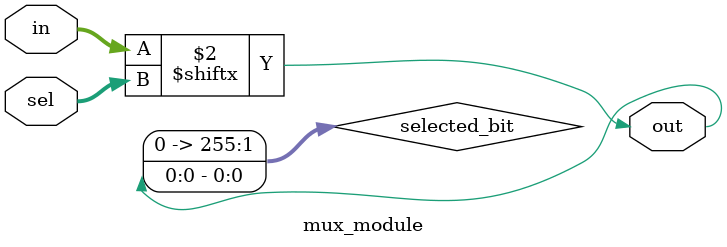
<source format=sv>
module top_module (
	input [255:0] in,
	input [7:0] sel,
	output  out
);

	// Define a wire to hold the selected bit
	wire selected_bit;
	
	// Instantiate a MUX module to select the bit from the input vector
	mux_module mux(
		.in(in[sel]),
		.sel(sel),
		.out(selected_bit)
	);
	
	// Assign the selected bit to the output
	assign out = selected_bit;
	
endmodule
module mux_module (
	input [255:0] in,
	input [7:0] sel,
	output  out
);
	reg [255:0] selected_bit;
	
	always @(in or sel) begin
		selected_bit = in[sel];
	end
	
	assign out = selected_bit;
	
endmodule

</source>
